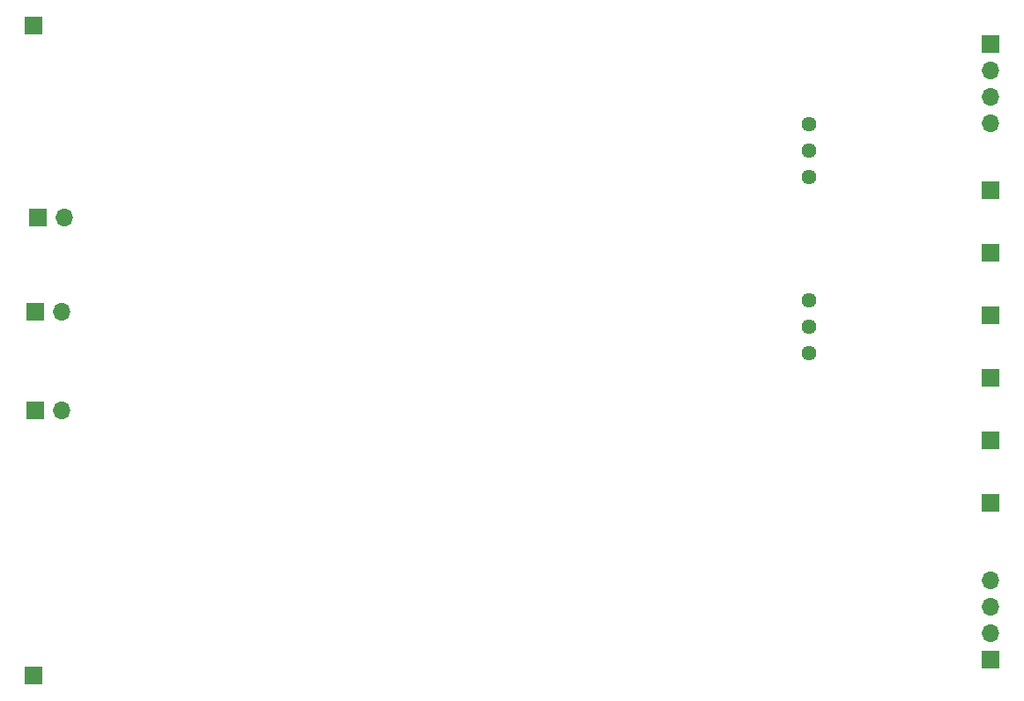
<source format=gbr>
%TF.GenerationSoftware,KiCad,Pcbnew,8.0.8*%
%TF.CreationDate,2025-02-22T00:18:49-08:00*%
%TF.ProjectId,CRT_main_supply,4352545f-6d61-4696-9e5f-737570706c79,rev?*%
%TF.SameCoordinates,Original*%
%TF.FileFunction,Soldermask,Bot*%
%TF.FilePolarity,Negative*%
%FSLAX46Y46*%
G04 Gerber Fmt 4.6, Leading zero omitted, Abs format (unit mm)*
G04 Created by KiCad (PCBNEW 8.0.8) date 2025-02-22 00:18:49*
%MOMM*%
%LPD*%
G01*
G04 APERTURE LIST*
%ADD10R,1.700000X1.700000*%
%ADD11C,1.440000*%
%ADD12O,1.700000X1.700000*%
G04 APERTURE END LIST*
D10*
%TO.C,J4*%
X182500000Y-94880000D03*
%TD*%
%TO.C,J7*%
X182500000Y-70880000D03*
%TD*%
%TO.C,J8*%
X182500000Y-100880000D03*
%TD*%
%TO.C,J1*%
X90500000Y-55000000D03*
%TD*%
%TO.C,J5*%
X182500000Y-88880000D03*
%TD*%
D11*
%TO.C,RV2*%
X165000000Y-69555000D03*
X165000000Y-67015000D03*
X165000000Y-64475000D03*
%TD*%
D10*
%TO.C,J10*%
X90960000Y-73500000D03*
D12*
X93500000Y-73500000D03*
%TD*%
D10*
%TO.C,J12*%
X182500000Y-56760000D03*
D12*
X182500000Y-59300000D03*
X182500000Y-61840000D03*
X182500000Y-64380000D03*
%TD*%
D10*
%TO.C,J9*%
X90725000Y-92000000D03*
D12*
X93265000Y-92000000D03*
%TD*%
D10*
%TO.C,J3*%
X182500000Y-76880000D03*
%TD*%
%TO.C,J6*%
X182500000Y-82880000D03*
%TD*%
%TO.C,J13*%
X182500000Y-116000000D03*
D12*
X182500000Y-113460000D03*
X182500000Y-110920000D03*
X182500000Y-108380000D03*
%TD*%
D11*
%TO.C,RV1*%
X165000000Y-86545000D03*
X165000000Y-84005000D03*
X165000000Y-81465000D03*
%TD*%
D10*
%TO.C,J2*%
X90500000Y-117500000D03*
%TD*%
%TO.C,J11*%
X90725000Y-82500000D03*
D12*
X93265000Y-82500000D03*
%TD*%
M02*

</source>
